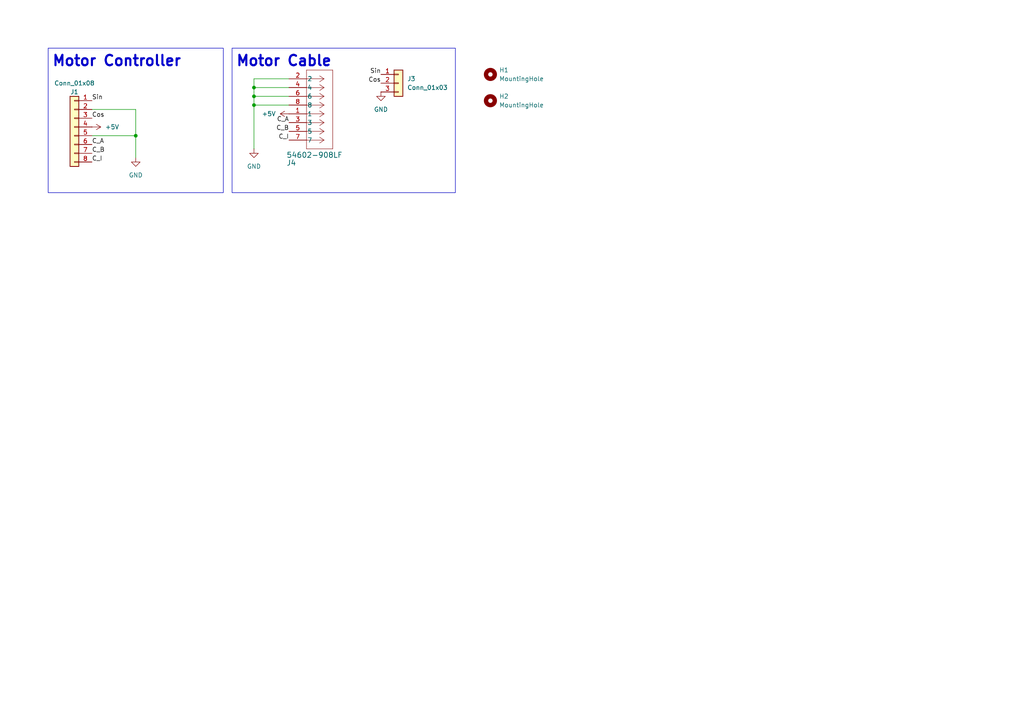
<source format=kicad_sch>
(kicad_sch (version 20231120) (generator "eeschema") (generator_version "8.0")
  (paper "A4")
  (lib_symbols
    (symbol "Connector_Generic:Conn_01x03" (pin_names (offset 1.016) hide)
      (property "Reference" "J" (at 0 5.08 0))
      (property "Value" "Conn_01x03" (at 0 -5.08 0))
      (symbol "Conn_01x03_1_1"
        (rectangle (start -1.27 -2.413) (end 0 -2.667) (stroke (width 0.1524)))
        (rectangle (start -1.27 0.127) (end 0 -0.127) (stroke (width 0.1524)))
        (rectangle (start -1.27 2.667) (end 0 2.413) (stroke (width 0.1524)))
        (rectangle (start -1.27 3.81) (end 1.27 -3.81) (stroke (width 0.254)) (fill (type background)))
        (pin passive line (at -5.08 2.54 0) (length 3.81) (name "Pin_1") (number "1"))
        (pin passive line (at -5.08 0 0) (length 3.81) (name "Pin_2") (number "2"))
        (pin passive line (at -5.08 -2.54 0) (length 3.81) (name "Pin_3") (number "3"))
      )
    )
    (symbol "Connector_Generic:Conn_01x08" (pin_names (offset 1.016) hide)
      (property "Reference" "J" (at 0 10.16 0))
      (property "Value" "Conn_01x08" (at 0 -12.7 0))
      (symbol "Conn_01x08_1_1"
        (rectangle (start -1.27 -10.033) (end 0 -10.287) (stroke (width 0.1524)))
        (rectangle (start -1.27 -7.493) (end 0 -7.747) (stroke (width 0.1524)))
        (rectangle (start -1.27 -4.953) (end 0 -5.207) (stroke (width 0.1524)))
        (rectangle (start -1.27 -2.413) (end 0 -2.667) (stroke (width 0.1524)))
        (rectangle (start -1.27 0.127) (end 0 -0.127) (stroke (width 0.1524)))
        (rectangle (start -1.27 2.667) (end 0 2.413) (stroke (width 0.1524)))
        (rectangle (start -1.27 5.207) (end 0 4.953) (stroke (width 0.1524)))
        (rectangle (start -1.27 7.747) (end 0 7.493) (stroke (width 0.1524)))
        (rectangle (start -1.27 8.89) (end 1.27 -11.43) (stroke (width 0.254)) (fill (type background)))
        (pin passive line (at -5.08 7.62 0) (length 3.81) (name "Pin_1") (number "1"))
        (pin passive line (at -5.08 5.08 0) (length 3.81) (name "Pin_2") (number "2"))
        (pin passive line (at -5.08 2.54 0) (length 3.81) (name "Pin_3") (number "3"))
        (pin passive line (at -5.08 0 0) (length 3.81) (name "Pin_4") (number "4"))
        (pin passive line (at -5.08 -2.54 0) (length 3.81) (name "Pin_5") (number "5"))
        (pin passive line (at -5.08 -5.08 0) (length 3.81) (name "Pin_6") (number "6"))
        (pin passive line (at -5.08 -7.62 0) (length 3.81) (name "Pin_7") (number "7"))
        (pin passive line (at -5.08 -10.16 0) (length 3.81) (name "Pin_8") (number "8"))
      )
    )
    (symbol "Mechanical:MountingHole" (pin_names (offset 1.016)) (exclude_from_sim yes) (in_bom no)
      (property "Reference" "H" (at 0 5.08 0))
      (property "Value" "MountingHole" (at 0 3.175 0))
      (symbol "MountingHole_0_1"
        (circle (center 0 0) (radius 1.27) (stroke (width 1.27)))
      )
    )
    (symbol "ethernet_54602-908LF:54602-908LF" (pin_names (offset 0.254))
      (property "Reference" "J" (at 8.89 6.35 0))
      (property "Value" "54602-908LF" (at 0 0 0))
      (symbol "54602-908LF_0_1"
        (polyline (pts (xy 5.08 -20.32) (xy 12.7 -20.32)) (stroke (width 0.127)))
        (polyline (pts (xy 5.08 2.54) (xy 5.08 -20.32)) (stroke (width 0.127)))
        (polyline (pts (xy 10.16 -17.78) (xy 5.08 -17.78)) (stroke (width 0.127)))
        (polyline (pts (xy 10.16 -17.78) (xy 8.89 -18.6267)) (stroke (width 0.127)))
        (polyline (pts (xy 10.16 -17.78) (xy 8.89 -16.9333)) (stroke (width 0.127)))
        (polyline (pts (xy 10.16 -15.24) (xy 5.08 -15.24)) (stroke (width 0.127)))
        (polyline (pts (xy 10.16 -15.24) (xy 8.89 -16.0867)) (stroke (width 0.127)))
        (polyline (pts (xy 10.16 -15.24) (xy 8.89 -14.3933)) (stroke (width 0.127)))
        (polyline (pts (xy 10.16 -12.7) (xy 5.08 -12.7)) (stroke (width 0.127)))
        (polyline (pts (xy 10.16 -12.7) (xy 8.89 -13.5467)) (stroke (width 0.127)))
        (polyline (pts (xy 10.16 -12.7) (xy 8.89 -11.8533)) (stroke (width 0.127)))
        (polyline (pts (xy 10.16 -10.16) (xy 5.08 -10.16)) (stroke (width 0.127)))
        (polyline (pts (xy 10.16 -10.16) (xy 8.89 -11.0067)) (stroke (width 0.127)))
        (polyline (pts (xy 10.16 -10.16) (xy 8.89 -9.3133)) (stroke (width 0.127)))
        (polyline (pts (xy 10.16 -7.62) (xy 5.08 -7.62)) (stroke (width 0.127)))
        (polyline (pts (xy 10.16 -7.62) (xy 8.89 -8.4667)) (stroke (width 0.127)))
        (polyline (pts (xy 10.16 -7.62) (xy 8.89 -6.7733)) (stroke (width 0.127)))
        (polyline (pts (xy 10.16 -5.08) (xy 5.08 -5.08)) (stroke (width 0.127)))
        (polyline (pts (xy 10.16 -5.08) (xy 8.89 -5.9267)) (stroke (width 0.127)))
        (polyline (pts (xy 10.16 -5.08) (xy 8.89 -4.2333)) (stroke (width 0.127)))
        (polyline (pts (xy 10.16 -2.54) (xy 5.08 -2.54)) (stroke (width 0.127)))
        (polyline (pts (xy 10.16 -2.54) (xy 8.89 -3.3867)) (stroke (width 0.127)))
        (polyline (pts (xy 10.16 -2.54) (xy 8.89 -1.6933)) (stroke (width 0.127)))
        (polyline (pts (xy 10.16 0) (xy 5.08 0)) (stroke (width 0.127)))
        (polyline (pts (xy 10.16 0) (xy 8.89 -0.8467)) (stroke (width 0.127)))
        (polyline (pts (xy 10.16 0) (xy 8.89 0.8467)) (stroke (width 0.127)))
        (polyline (pts (xy 12.7 -20.32) (xy 12.7 2.54)) (stroke (width 0.127)))
        (polyline (pts (xy 12.7 2.54) (xy 5.08 2.54)) (stroke (width 0.127)))
        (pin unspecified line (at 0 -10.16 0) (length 5.08) (name "1") (number "1"))
        (pin unspecified line (at 0 0 0) (length 5.08) (name "2") (number "2"))
        (pin unspecified line (at 0 -12.7 0) (length 5.08) (name "3") (number "3"))
        (pin unspecified line (at 0 -2.54 0) (length 5.08) (name "4") (number "4"))
        (pin unspecified line (at 0 -15.24 0) (length 5.08) (name "5") (number "5"))
        (pin unspecified line (at 0 -5.08 0) (length 5.08) (name "6") (number "6"))
        (pin unspecified line (at 0 -17.78 0) (length 5.08) (name "7") (number "7"))
        (pin unspecified line (at 0 -7.62 0) (length 5.08) (name "8") (number "8"))
      )
    )
    (symbol "power:+5V" (power) (pin_numbers hide) (pin_names (offset 0) hide)
      (property "Value" "+5V" (at 0 3.556 0))
      (symbol "+5V_0_1"
        (polyline (pts (xy -0.762 1.27) (xy 0 2.54)))
        (polyline (pts (xy 0 0) (xy 0 2.54)))
        (polyline (pts (xy 0 2.54) (xy 0.762 1.27)))
      )
      (symbol "+5V_1_1"
        (pin power_in line (at 0 0 90) (length 0) (name "~") (number "1"))
      )
    )
    (symbol "power:GND" (power) (pin_numbers hide) (pin_names (offset 0) hide)
      (property "Value" "GND" (at 0 -3.81 0))
      (symbol "GND_0_1"
        (polyline (pts (xy 0 0) (xy 0 -1.27) (xy 1.27 -1.27) (xy 0 -2.54) (xy -1.27 -1.27) (xy 0 -1.27)))
      )
      (symbol "GND_1_1"
        (pin power_in line (at 0 0 270) (length 0) (name "~") (number "1"))
      )
    )
  )
  (junction (at 39.37 39.37))
  (junction (at 73.66 30.48))
  (junction (at 73.66 27.94))
  (junction (at 73.66 25.4))
  (wire (pts (xy 39.37 31.75) (xy 39.37 39.37)))
  (wire (pts (xy 73.66 25.4) (xy 73.66 22.86)))
  (wire (pts (xy 83.82 25.4) (xy 73.66 25.4)))
  (wire (pts (xy 73.66 27.94) (xy 73.66 25.4)))
  (wire (pts (xy 26.67 31.75) (xy 39.37 31.75)))
  (wire (pts (xy 73.66 27.94) (xy 83.82 27.94)))
  (wire (pts (xy 73.66 30.48) (xy 73.66 27.94)))
  (wire (pts (xy 26.67 39.37) (xy 39.37 39.37)))
  (wire (pts (xy 39.37 39.37) (xy 39.37 45.72)))
  (wire (pts (xy 73.66 22.86) (xy 83.82 22.86)))
  (wire (pts (xy 73.66 43.18) (xy 73.66 30.48)))
  (wire (pts (xy 73.66 30.48) (xy 83.82 30.48)))
  (rectangle (start 67.31 13.97) (end 132.08 55.88))
  (rectangle (start 13.97 13.97) (end 64.77 55.88))
  (text "Motor Controller" (at 14.986 19.558 0) (effects (font (size 3 3) (thickness 0.6) (bold yes)) (justify left bottom)))
  (text "Motor Cable" (at 68.326 19.558 0) (effects (font (size 3 3) (thickness 0.6) (bold yes)) (justify left bottom)))
  (label "C_A" (at 83.82 35.56 180))
  (label "C_I" (at 83.82 40.64 180))
  (label "C_B" (at 26.67 44.45 0))
  (label "Sin" (at 26.67 29.21 0))
  (label "Sin" (at 110.49 21.59 180))
  (label "C_B" (at 83.82 38.1 180))
  (label "C_A" (at 26.67 41.91 0))
  (label "Cos" (at 26.67 34.29 0))
  (label "C_I" (at 26.67 46.99 0))
  (label "Cos" (at 110.49 24.13 180))
  (symbol (lib_id "Mechanical:MountingHole") (at 142.24 21.59 0) (unit 1) (exclude_from_sim yes) (in_bom no)
    (property "Reference" "H1" (at 144.78 20.3199 0) (effects (justify left)))
    (property "Value" "MountingHole" (at 144.78 22.8599 0) (effects (justify left)))
    (property "Footprint" "MountingHole:MountingHole_3.2mm_M3" (effects (hide yes)))
    (property "Description" "Mounting Hole without connection" (effects (hide yes)))
  )
  (symbol (lib_id "power:GND") (at 73.66 43.18 0) (unit 1)
    (property "Reference" "#PWR03" (effects (hide yes)))
    (property "Value" "GND" (at 73.66 48.26 0))
    (property "Description" "Power symbol creates a global label with name \"GND\" , ground" (effects (hide yes)))
  )
  (symbol (lib_id "Connector_Generic:Conn_01x08") (at 21.59 36.83 0) (mirror y) (unit 1)
    (property "Reference" "J1" (at 21.59 26.67 0))
    (property "Value" "Conn_01x08" (at 21.59 24.13 0))
    (property "Footprint" "Connector_JST:JST_EH_B8B-EH-A_1x08_P2.50mm_Vertical" (effects (hide yes)))
    (property "Description" "Generic connector, single row, 01x08, script generated (kicad-library-utils/schlib/autogen/connector/)" (effects (hide yes)))
  )
  (symbol (lib_id "power:+5V") (at 83.82 33.02 90) (unit 1)
    (property "Reference" "#PWR04" (effects (hide yes)))
    (property "Value" "+5V" (at 80.01 33.0199 90) (effects (justify left)))
    (property "Description" "Power symbol creates a global label with name \"+5V\"" (effects (hide yes)))
  )
  (symbol (lib_id "ethernet_54602-908LF:54602-908LF") (at 83.82 22.86 0) (unit 1)
    (property "Reference" "J4" (at 83.058 47.244 0) (effects (font (size 1.524 1.524)) (justify left)))
    (property "Value" "54602-908LF" (at 83.058 44.958 0) (effects (font (size 1.524 1.524)) (justify left)))
    (property "Footprint" "ethernet_54602-908LF:ethernet_54602-908LF" (effects (hide yes)))
    (property "Datasheet" "54602-908LF" (effects (hide yes)))
  )
  (symbol (lib_id "Connector_Generic:Conn_01x03") (at 115.57 24.13 0) (unit 1)
    (property "Reference" "J3" (at 118.11 22.8599 0) (effects (justify left)))
    (property "Value" "Conn_01x03" (at 118.11 25.3999 0) (effects (justify left)))
    (property "Footprint" "Connector_Molex:Molex_KK-396_A-41792-0003_1x03_P3.96mm_Horizontal" (effects (hide yes)))
    (property "Description" "Generic connector, single row, 01x03, script generated (kicad-library-utils/schlib/autogen/connector/)" (effects (hide yes)))
  )
  (symbol (lib_id "power:GND") (at 110.49 26.67 0) (unit 1)
    (property "Reference" "#PWR06" (effects (hide yes)))
    (property "Value" "GND" (at 110.49 31.75 0))
    (property "Description" "Power symbol creates a global label with name \"GND\" , ground" (effects (hide yes)))
  )
  (symbol (lib_id "Mechanical:MountingHole") (at 142.24 29.21 0) (unit 1) (exclude_from_sim yes) (in_bom no)
    (property "Reference" "H2" (at 144.78 27.9399 0) (effects (justify left)))
    (property "Value" "MountingHole" (at 144.78 30.4799 0) (effects (justify left)))
    (property "Footprint" "MountingHole:MountingHole_3.2mm_M3" (effects (hide yes)))
    (property "Description" "Mounting Hole without connection" (effects (hide yes)))
  )
  (symbol (lib_id "power:+5V") (at 26.67 36.83 270) (unit 1)
    (property "Reference" "#PWR02" (effects (hide yes)))
    (property "Value" "+5V" (at 30.48 36.8299 90) (effects (justify left)))
    (property "Description" "Power symbol creates a global label with name \"+5V\"" (effects (hide yes)))
  )
  (symbol (lib_id "power:GND") (at 39.37 45.72 0) (unit 1)
    (property "Reference" "#PWR01" (effects (hide yes)))
    (property "Value" "GND" (at 39.37 50.8 0))
    (property "Description" "Power symbol creates a global label with name \"GND\" , ground" (effects (hide yes)))
  )
)
</source>
